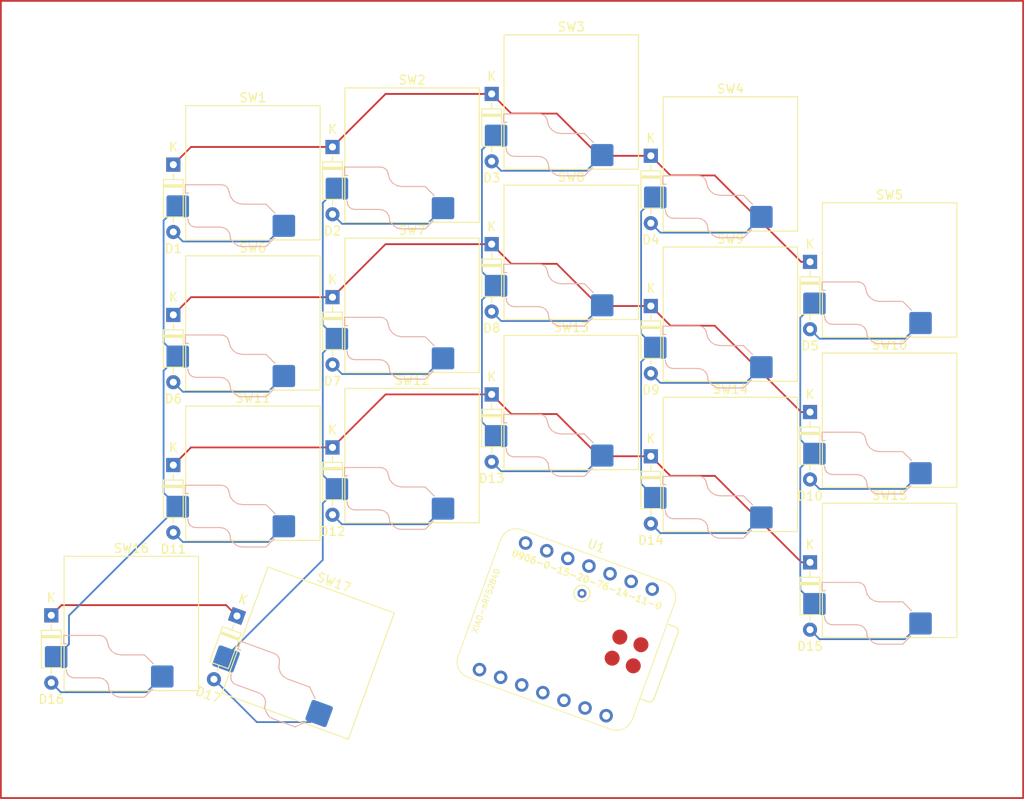
<source format=kicad_pcb>
(kicad_pcb (version 20241229) (generator "pcbnew") (generator_version "9.0")
  (layers (0 "F.Cu" signal) (2 "B.Cu" signal) (13 "F.Paste" user) (15 "B.Paste" user) (5 "F.SilkS" user "F.Silkscreen") (7 "B.SilkS" user "B.Silkscreen") (1 "F.Mask" user) (3 "B.Mask" user) (25 "Edge.Cuts" user))
  (net 0 "")
  (net 1 "/row 0")
  (net 2 "Net-(D1-A)")
  (net 3 "Net-(D2-A)")
  (net 4 "Net-(D3-A)")
  (net 5 "Net-(D4-A)")
  (net 6 "Net-(D5-A)")
  (net 7 "/row 1")
  (net 8 "Net-(D6-A)")
  (net 9 "Net-(D7-A)")
  (net 10 "Net-(D8-A)")
  (net 11 "Net-(D9-A)")
  (net 12 "Net-(D10-A)")
  (net 13 "Net-(D11-A)")
  (net 14 "/row 2")
  (net 15 "Net-(D12-A)")
  (net 16 "Net-(D13-A)")
  (net 17 "Net-(D14-A)")
  (net 18 "Net-(D15-A)")
  (net 19 "Net-(D16-A)")
  (net 20 "Net-(D17-A)")
  (net 21 "/column 0")
  (net 22 "/column 1")
  (net 23 "/column 2")
  (net 24 "/column 3")
  (net 25 "/column 4")
  (net 26 "/row 3")
  (footprint "cweep:D_DO-35_SOD27_P7.62mm_Horizontal" (layer "F.Cu") (at 214 84.08)
    (property "Reference" "D13" (at 0 1.5 0) (layer "F.SilkS"))
    (property "Value" "1N4148")
    (fp_text user "K" (at 0 -10 0) (layer "F.SilkS"))
    (pad "1" thru_hole rect (at 0 -8 270) (size 1.6 1.6) (drill 0.8) (layers "*.Cu" "*.Mask") (net 14 "/row 2"))
    (pad "2" thru_hole oval (at 0 -0.38 270) (size 1.6 1.6) (drill 0.8) (layers "*.Cu" "*.Mask") (net 16 "Net-(D13-A)"))
  )
  (footprint "Switch_Keyboard_Hotswap_Kailh:SW_Hotswap_Kailh_Choc_V1_1.00u" (layer "F.Cu") (at 259 62)
    (property "Reference" "SW5" (at 0 -8.5 180) (layer "F.SilkS"))
    (property "Value" "SW_Push")
    (pad "" np_thru_hole circle (at -5.5 0 180) (size 1.9 1.9) (drill 1.9) (layers "*.Cu" "*.Mask"))
    (pad "" np_thru_hole circle (at -5 3.8 180) (size 3.05 3.05) (drill 3.05) (layers "*.Cu" "*.Mask"))
    (pad "" np_thru_hole circle (at 0 0 180) (size 3.45 3.45) (drill 3.45) (layers "*.Cu" "*.Mask"))
    (pad "" np_thru_hole circle (at 0 5.9 180) (size 3.05 3.05) (drill 3.05) (layers "*.Cu" "*.Mask"))
    (pad "" np_thru_hole circle (at 5.5 0 180) (size 1.9 1.9) (drill 1.9) (layers "*.Cu" "*.Mask"))
    (pad "1" smd roundrect (at 3.5 6 180) (size 2.55 2.5) (layers "B.Cu" "B.Mask" "B.Paste") (roundrect_rratio 0.1) (net 6 "Net-(D5-A)"))
    (pad "2" smd roundrect (at -8.5 3.8 180) (size 2.55 2.5) (layers "B.Cu" "B.Mask" "B.Paste") (roundrect_rratio 0.1) (net 25 "/column 4"))
  )
  (footprint "Switch_Keyboard_Hotswap_Kailh:SW_Hotswap_Kailh_Choc_V1_1.00u" (layer "F.Cu") (at 259 96)
    (property "Reference" "SW15" (at 0 -8.5 180) (layer "F.SilkS"))
    (property "Value" "SW_Push")
    (pad "" np_thru_hole circle (at -5.5 0 180) (size 1.9 1.9) (drill 1.9) (layers "*.Cu" "*.Mask"))
    (pad "" np_thru_hole circle (at -5 3.8 180) (size 3.05 3.05) (drill 3.05) (layers "*.Cu" "*.Mask"))
    (pad "" np_thru_hole circle (at 0 0 180) (size 3.45 3.45) (drill 3.45) (layers "*.Cu" "*.Mask"))
    (pad "" np_thru_hole circle (at 0 5.9 180) (size 3.05 3.05) (drill 3.05) (layers "*.Cu" "*.Mask"))
    (pad "" np_thru_hole circle (at 5.5 0 180) (size 1.9 1.9) (drill 1.9) (layers "*.Cu" "*.Mask"))
    (pad "1" smd roundrect (at 3.5 6 180) (size 2.55 2.5) (layers "B.Cu" "B.Mask" "B.Paste") (roundrect_rratio 0.1) (net 18 "Net-(D15-A)"))
    (pad "2" smd roundrect (at -8.5 3.8 180) (size 2.55 2.5) (layers "B.Cu" "B.Mask" "B.Paste") (roundrect_rratio 0.1) (net 25 "/column 4"))
  )
  (footprint "Switch_Keyboard_Hotswap_Kailh:SW_Hotswap_Kailh_Choc_V1_1.00u" (layer "F.Cu") (at 241 67)
    (property "Reference" "SW9" (at 0 -8.5 180) (layer "F.SilkS"))
    (property "Value" "SW_Push")
    (pad "" np_thru_hole circle (at -5.5 0 180) (size 1.9 1.9) (drill 1.9) (layers "*.Cu" "*.Mask"))
    (pad "" np_thru_hole circle (at -5 3.8 180) (size 3.05 3.05) (drill 3.05) (layers "*.Cu" "*.Mask"))
    (pad "" np_thru_hole circle (at 0 0 180) (size 3.45 3.45) (drill 3.45) (layers "*.Cu" "*.Mask"))
    (pad "" np_thru_hole circle (at 0 5.9 180) (size 3.05 3.05) (drill 3.05) (layers "*.Cu" "*.Mask"))
    (pad "" np_thru_hole circle (at 5.5 0 180) (size 1.9 1.9) (drill 1.9) (layers "*.Cu" "*.Mask"))
    (pad "1" smd roundrect (at 3.5 6 180) (size 2.55 2.5) (layers "B.Cu" "B.Mask" "B.Paste") (roundrect_rratio 0.1) (net 11 "Net-(D9-A)"))
    (pad "2" smd roundrect (at -8.5 3.8 180) (size 2.55 2.5) (layers "B.Cu" "B.Mask" "B.Paste") (roundrect_rratio 0.1) (net 24 "/column 3"))
  )
  (footprint "Switch_Keyboard_Hotswap_Kailh:SW_Hotswap_Kailh_Choc_V1_1.00u" (layer "F.Cu") (at 187 85)
    (property "Reference" "SW11" (at 0 -8.5 180) (layer "F.SilkS"))
    (property "Value" "SW_Push")
    (pad "" np_thru_hole circle (at -5.5 0 180) (size 1.9 1.9) (drill 1.9) (layers "*.Cu" "*.Mask"))
    (pad "" np_thru_hole circle (at -5 3.8 180) (size 3.05 3.05) (drill 3.05) (layers "*.Cu" "*.Mask"))
    (pad "" np_thru_hole circle (at 0 0 180) (size 3.45 3.45) (drill 3.45) (layers "*.Cu" "*.Mask"))
    (pad "" np_thru_hole circle (at 0 5.9 180) (size 3.05 3.05) (drill 3.05) (layers "*.Cu" "*.Mask"))
    (pad "" np_thru_hole circle (at 5.5 0 180) (size 1.9 1.9) (drill 1.9) (layers "*.Cu" "*.Mask"))
    (pad "1" smd roundrect (at 3.5 6 180) (size 2.55 2.5) (layers "B.Cu" "B.Mask" "B.Paste") (roundrect_rratio 0.1) (net 13 "Net-(D11-A)"))
    (pad "2" smd roundrect (at -8.5 3.8 180) (size 2.55 2.5) (layers "B.Cu" "B.Mask" "B.Paste") (roundrect_rratio 0.1) (net 21 "/column 0"))
  )
  (footprint "cweep:D_DO-35_SOD27_P7.62mm_Horizontal" (layer "F.Cu") (at 196 73.08)
    (property "Reference" "D7" (at 0 1.5 0) (layer "F.SilkS"))
    (property "Value" "1N4148")
    (fp_text user "K" (at 0 -10 0) (layer "F.SilkS"))
    (pad "1" thru_hole rect (at 0 -8 270) (size 1.6 1.6) (drill 0.8) (layers "*.Cu" "*.Mask") (net 7 "/row 1"))
    (pad "2" thru_hole oval (at 0 -0.38 270) (size 1.6 1.6) (drill 0.8) (layers "*.Cu" "*.Mask") (net 9 "Net-(D7-A)"))
  )
  (footprint "cweep:D_DO-35_SOD27_P7.62mm_Horizontal" (layer "F.Cu") (at 232 74.08)
    (property "Reference" "D9" (at 0 1.5 0) (layer "F.SilkS"))
    (property "Value" "1N4148")
    (fp_text user "K" (at 0 -10 0) (layer "F.SilkS"))
    (pad "1" thru_hole rect (at 0 -8 270) (size 1.6 1.6) (drill 0.8) (layers "*.Cu" "*.Mask") (net 7 "/row 1"))
    (pad "2" thru_hole oval (at 0 -0.38 270) (size 1.6 1.6) (drill 0.8) (layers "*.Cu" "*.Mask") (net 11 "Net-(D9-A)"))
  )
  (footprint "cweep:D_DO-35_SOD27_P7.62mm_Horizontal" (layer "F.Cu") (at 178 75.08)
    (property "Reference" "D6" (at 0 1.5 0) (layer "F.SilkS"))
    (property "Value" "1N4148")
    (fp_text user "K" (at 0 -10 0) (layer "F.SilkS"))
    (pad "1" thru_hole rect (at 0 -8 270) (size 1.6 1.6) (drill 0.8) (layers "*.Cu" "*.Mask") (net 7 "/row 1"))
    (pad "2" thru_hole oval (at 0 -0.38 270) (size 1.6 1.6) (drill 0.8) (layers "*.Cu" "*.Mask") (net 8 "Net-(D6-A)"))
  )
  (footprint "cweep:D_DO-35_SOD27_P7.62mm_Horizontal" (layer "F.Cu") (at 178 92.08)
    (property "Reference" "D11" (at 0 1.5 0) (layer "F.SilkS"))
    (property "Value" "1N4148")
    (fp_text user "K" (at 0 -10 0) (layer "F.SilkS"))
    (pad "1" thru_hole rect (at 0 -8 270) (size 1.6 1.6) (drill 0.8) (layers "*.Cu" "*.Mask") (net 14 "/row 2"))
    (pad "2" thru_hole oval (at 0 -0.38 270) (size 1.6 1.6) (drill 0.8) (layers "*.Cu" "*.Mask") (net 13 "Net-(D11-A)"))
  )
  (footprint "Switch_Keyboard_Hotswap_Kailh:SW_Hotswap_Kailh_Choc_V1_1.00u" (layer "F.Cu") (at 187 51)
    (property "Reference" "SW1" (at 0 -8.5 180) (layer "F.SilkS"))
    (property "Value" "SW_Push")
    (pad "" np_thru_hole circle (at -5.5 0 180) (size 1.9 1.9) (drill 1.9) (layers "*.Cu" "*.Mask"))
    (pad "" np_thru_hole circle (at -5 3.8 180) (size 3.05 3.05) (drill 3.05) (layers "*.Cu" "*.Mask"))
    (pad "" np_thru_hole circle (at 0 0 180) (size 3.45 3.45) (drill 3.45) (layers "*.Cu" "*.Mask"))
    (pad "" np_thru_hole circle (at 0 5.9 180) (size 3.05 3.05) (drill 3.05) (layers "*.Cu" "*.Mask"))
    (pad "" np_thru_hole circle (at 5.5 0 180) (size 1.9 1.9) (drill 1.9) (layers "*.Cu" "*.Mask"))
    (pad "1" smd roundrect (at 3.5 6 180) (size 2.55 2.5) (layers "B.Cu" "B.Mask" "B.Paste") (roundrect_rratio 0.1) (net 2 "Net-(D1-A)"))
    (pad "2" smd roundrect (at -8.5 3.8 180) (size 2.55 2.5) (layers "B.Cu" "B.Mask" "B.Paste") (roundrect_rratio 0.1) (net 21 "/column 0"))
  )
  (footprint "cweep:D_DO-35_SOD27_P7.62mm_Horizontal" (layer "F.Cu") (at 178 58.08)
    (property "Reference" "D1" (at 0 1.5 0) (layer "F.SilkS"))
    (property "Value" "1N4148")
    (fp_text user "K" (at 0 -10 0) (layer "F.SilkS"))
    (pad "1" thru_hole rect (at 0 -8 270) (size 1.6 1.6) (drill 0.8) (layers "*.Cu" "*.Mask") (net 1 "/row 0"))
    (pad "2" thru_hole oval (at 0 -0.38 270) (size 1.6 1.6) (drill 0.8) (layers "*.Cu" "*.Mask") (net 2 "Net-(D1-A)"))
  )
  (footprint "cweep:D_DO-35_SOD27_P7.62mm_Horizontal" (layer "F.Cu") (at 232 91.08)
    (property "Reference" "D14" (at 0 1.5 0) (layer "F.SilkS"))
    (property "Value" "1N4148")
    (fp_text user "K" (at 0 -10 0) (layer "F.SilkS"))
    (pad "1" thru_hole rect (at 0 -8 270) (size 1.6 1.6) (drill 0.8) (layers "*.Cu" "*.Mask") (net 14 "/row 2"))
    (pad "2" thru_hole oval (at 0 -0.38 270) (size 1.6 1.6) (drill 0.8) (layers "*.Cu" "*.Mask") (net 17 "Net-(D14-A)"))
  )
  (footprint "Switch_Keyboard_Hotswap_Kailh:SW_Hotswap_Kailh_Choc_V1_1.00u" (layer "F.Cu") (at 241 84)
    (property "Reference" "SW14" (at 0 -8.5 180) (layer "F.SilkS"))
    (property "Value" "SW_Push")
    (pad "" np_thru_hole circle (at -5.5 0 180) (size 1.9 1.9) (drill 1.9) (layers "*.Cu" "*.Mask"))
    (pad "" np_thru_hole circle (at -5 3.8 180) (size 3.05 3.05) (drill 3.05) (layers "*.Cu" "*.Mask"))
    (pad "" np_thru_hole circle (at 0 0 180) (size 3.45 3.45) (drill 3.45) (layers "*.Cu" "*.Mask"))
    (pad "" np_thru_hole circle (at 0 5.9 180) (size 3.05 3.05) (drill 3.05) (layers "*.Cu" "*.Mask"))
    (pad "" np_thru_hole circle (at 5.5 0 180) (size 1.9 1.9) (drill 1.9) (layers "*.Cu" "*.Mask"))
    (pad "1" smd roundrect (at 3.5 6 180) (size 2.55 2.5) (layers "B.Cu" "B.Mask" "B.Paste") (roundrect_rratio 0.1) (net 17 "Net-(D14-A)"))
    (pad "2" smd roundrect (at -8.5 3.8 180) (size 2.55 2.5) (layers "B.Cu" "B.Mask" "B.Paste") (roundrect_rratio 0.1) (net 24 "/column 3"))
  )
  (footprint "Switch_Keyboard_Hotswap_Kailh:SW_Hotswap_Kailh_Choc_V1_1.00u" (layer "F.Cu") (at 205 49)
    (property "Reference" "SW2" (at 0 -8.5 180) (layer "F.SilkS"))
    (property "Value" "SW_Push")
    (pad "" np_thru_hole circle (at -5.5 0 180) (size 1.9 1.9) (drill 1.9) (layers "*.Cu" "*.Mask"))
    (pad "" np_thru_hole circle (at -5 3.8 180) (size 3.05 3.05) (drill 3.05) (layers "*.Cu" "*.Mask"))
    (pad "" np_thru_hole circle (at 0 0 180) (size 3.45 3.45) (drill 3.45) (layers "*.Cu" "*.Mask"))
    (pad "" np_thru_hole circle (at 0 5.9 180) (size 3.05 3.05) (drill 3.05) (layers "*.Cu" "*.Mask"))
    (pad "" np_thru_hole circle (at 5.5 0 180) (size 1.9 1.9) (drill 1.9) (layers "*.Cu" "*.Mask"))
    (pad "1" smd roundrect (at 3.5 6 180) (size 2.55 2.5) (layers "B.Cu" "B.Mask" "B.Paste") (roundrect_rratio 0.1) (net 3 "Net-(D2-A)"))
    (pad "2" smd roundrect (at -8.5 3.8 180) (size 2.55 2.5) (layers "B.Cu" "B.Mask" "B.Paste") (roundrect_rratio 0.1) (net 22 "/column 1"))
  )
  (footprint "Seeed Studio XIAO Series Library:XIAO-nRF52840" (layer "F.Cu") (at 222.376201 102.719845 -110)
    (property "Reference" "U1" (at -9.5 0 340) (layer "F.SilkS") (effects (justify bottom)))
    (property "Value" "XIAO-nRF52840" (at 0 9.6 250) (layer "F.SilkS") (effects (font (size 0.635 0.635) (thickness 0.1016) (bold yes))))
    (fp_text user "0906-0-15-20-76-14-11-0" (at -5.7 -0.313499 340) (layer "F.SilkS") (effects (font (size 0.75 0.75)) (justify bottom)))
    (pad "1" thru_hole circle (at -7.675 -7.616001 70) (size 1.524 1.524) (drill 0.889) (layers "*.Cu" "*.Mask") (net 21 "/column 0"))
    (pad "2" thru_hole circle (at -7.675 -5.076 70) (size 1.524 1.524) (drill 0.889) (layers "*.Cu" "*.Mask") (net 22 "/column 1"))
    (pad "3" thru_hole circle (at -7.675 -2.536 70) (size 1.524 1.524) (drill 0.889) (layers "*.Cu" "*.Mask") (net 23 "/column 2"))
    (pad "4" thru_hole circle (at -7.675 0.004 70) (size 1.524 1.524) (drill 0.889) (layers "*.Cu" "*.Mask") (net 24 "/column 3"))
    (pad "5" thru_hole circle (at -7.675 2.544 70) (size 1.524 1.524) (drill 0.889) (layers "*.Cu" "*.Mask") (net 25 "/column 4"))
    (pad "6" thru_hole circle (at -7.675 5.084 70) (size 1.524 1.524) (drill 0.889) (layers "*.Cu" "*.Mask"))
    (pad "7" thru_hole circle (at -7.675 7.624 70) (size 1.524 1.524) (drill 0.889) (layers "*.Cu" "*.Mask"))
    (pad "8" thru_hole circle (at 7.565 7.624 250) (size 1.524 1.524) (drill 0.889) (layers "*.Cu" "*.Mask") (net 1 "/row 0"))
    (pad "9" thru_hole circle (at 7.565 5.084 250) (size 1.524 1.524) (drill 0.889) (layers "*.Cu" "*.Mask") (net 7 "/row 1"))
    (pad "10" thru_hole circle (at 7.564999 2.544 250) (size 1.524 1.524) (drill 0.889) (layers "*.Cu" "*.Mask") (net 14 "/row 2"))
    (pad "11" thru_hole circle (at 7.565 0.004 250) (size 1.524 1.524) (drill 0.889) (layers "*.Cu" "*.Mask") (net 26 "/row 3"))
    (pad "12" thru_hole circle (at 7.565 -2.536 250) (size 1.524 1.524) (drill 0.889) (layers "*.Cu" "*.Mask"))
    (pad "13" thru_hole circle (at 7.565 -5.076 250) (size 1.524 1.524) (drill 0.889) (layers "*.Cu" "*.Mask"))
    (pad "14" thru_hole circle (at 7.565 -7.616 250) (size 1.524 1.524) (drill 0.889) (layers "*.Cu" "*.Mask"))
    (pad "15" thru_hole circle (at -4.499999 -0.3135 250) (size 1.016 1.016) (drill 0.508) (layers "*.Cu" "*.Mask"))
    (pad "19" smd circle (at -1.325 -8.5685 250) (size 1.7 1.7) (layers "F.Cu" "F.Mask" "F.Paste"))
    (pad "20" smd circle (at 1.215 -8.5685 250) (size 1.7 1.7) (layers "F.Cu" "F.Mask" "F.Paste"))
    (pad "21" smd circle (at -1.325 -6.0285 250) (size 1.7 1.7) (layers "F.Cu" "F.Mask" "F.Paste"))
    (pad "22" smd circle (at 1.215 -6.0285 250) (size 1.7 1.7) (layers "F.Cu" "F.Mask" "F.Paste"))
  )
  (footprint "Switch_Keyboard_Hotswap_Kailh:SW_Hotswap_Kailh_Choc_V1_1.00u" (layer "F.Cu") (at 241 50)
    (property "Reference" "SW4" (at 0 -8.5 180) (layer "F.SilkS"))
    (property "Value" "SW_Push")
    (pad "" np_thru_hole circle (at -5.5 0 180) (size 1.9 1.9) (drill 1.9) (layers "*.Cu" "*.Mask"))
    (pad "" np_thru_hole circle (at -5 3.8 180) (size 3.05 3.05) (drill 3.05) (layers "*.Cu" "*.Mask"))
    (pad "" np_thru_hole circle (at 0 0 180) (size 3.45 3.45) (drill 3.45) (layers "*.Cu" "*.Mask"))
    (pad "" np_thru_hole circle (at 0 5.9 180) (size 3.05 3.05) (drill 3.05) (layers "*.Cu" "*.Mask"))
    (pad "" np_thru_hole circle (at 5.5 0 180) (size 1.9 1.9) (drill 1.9) (layers "*.Cu" "*.Mask"))
    (pad "1" smd roundrect (at 3.5 6 180) (size 2.55 2.5) (layers "B.Cu" "B.Mask" "B.Paste") (roundrect_rratio 0.1) (net 5 "Net-(D4-A)"))
    (pad "2" smd roundrect (at -8.5 3.8 180) (size 2.55 2.5) (layers "B.Cu" "B.Mask" "B.Paste") (roundrect_rratio 0.1) (net 24 "/column 3"))
  )
  (footprint "Switch_Keyboard_Hotswap_Kailh:SW_Hotswap_Kailh_Choc_V1_1.00u" (layer "F.Cu") (at 193.25 105.35 -20)
    (property "Reference" "SW17" (at 0 -8.5 160) (layer "F.SilkS"))
    (property "Value" "SW_Push")
    (pad "" np_thru_hole circle (at -5.5 0 160) (size 1.9 1.9) (drill 1.9) (layers "*.Cu" "*.Mask"))
    (pad "" np_thru_hole circle (at -5 3.8 160) (size 3.05 3.05) (drill 3.05) (layers "*.Cu" "*.Mask"))
    (pad "" np_thru_hole circle (at 0 0 160) (size 3.45 3.45) (drill 3.45) (layers "*.Cu" "*.Mask"))
    (pad "" np_thru_hole circle (at 0 5.9 160) (size 3.05 3.05) (drill 3.05) (layers "*.Cu" "*.Mask"))
    (pad "" np_thru_hole circle (at 5.5 0 160) (size 1.9 1.9) (drill 1.9) (layers "*.Cu" "*.Mask"))
    (pad "1" smd roundrect (at 3.5 6 160) (size 2.55 2.5) (layers "B.Cu" "B.Mask" "B.Paste") (roundrect_rratio 0.1) (net 20 "Net-(D17-A)"))
    (pad "2" smd roundrect (at -8.5 3.8 160) (size 2.55 2.5) (layers "B.Cu" "B.Mask" "B.Paste") (roundrect_rratio 0.1) (net 22 "/column 1"))
  )
  (footprint "cweep:D_DO-35_SOD27_P7.62mm_Horizontal" (layer "F.Cu") (at 232 57.08)
    (property "Reference" "D4" (at 0 1.5 0) (layer "F.SilkS"))
    (property "Value" "1N4148")
    (fp_text user "K" (at 0 -10 0) (layer "F.SilkS"))
    (pad "1" thru_hole rect (at 0 -8 270) (size 1.6 1.6) (drill 0.8) (layers "*.Cu" "*.Mask") (net 1 "/row 0"))
    (pad "2" thru_hole oval (at 0 -0.38 270) (size 1.6 1.6) (drill 0.8) (layers "*.Cu" "*.Mask") (net 5 "Net-(D4-A)"))
  )
  (footprint "Switch_Keyboard_Hotswap_Kailh:SW_Hotswap_Kailh_Choc_V1_1.00u" (layer "F.Cu") (at 223 77)
    (property "Reference" "SW13" (at 0 -8.5 180) (layer "F.SilkS"))
    (property "Value" "SW_Push")
    (pad "" np_thru_hole circle (at -5.5 0 180) (size 1.9 1.9) (drill 1.9) (layers "*.Cu" "*.Mask"))
    (pad "" np_thru_hole circle (at -5 3.8 180) (size 3.05 3.05) (drill 3.05) (layers "*.Cu" "*.Mask"))
    (pad "" np_thru_hole circle (at 0 0 180) (size 3.45 3.45) (drill 3.45) (layers "*.Cu" "*.Mask"))
    (pad "" np_thru_hole circle (at 0 5.9 180) (size 3.05 3.05) (drill 3.05) (layers "*.Cu" "*.Mask"))
    (pad "" np_thru_hole circle (at 5.5 0 180) (size 1.9 1.9) (drill 1.9) (layers "*.Cu" "*.Mask"))
    (pad "1" smd roundrect (at 3.5 6 180) (size 2.55 2.5) (layers "B.Cu" "B.Mask" "B.Paste") (roundrect_rratio 0.1) (net 16 "Net-(D13-A)"))
    (pad "2" smd roundrect (at -8.5 3.8 180) (size 2.55 2.5) (layers "B.Cu" "B.Mask" "B.Paste") (roundrect_rratio 0.1) (net 23 "/column 2"))
  )
  (footprint "Switch_Keyboard_Hotswap_Kailh:SW_Hotswap_Kailh_Choc_V1_1.00u" (layer "F.Cu") (at 187 68)
    (property "Reference" "SW6" (at 0 -8.5 180) (layer "F.SilkS"))
    (property "Value" "SW_Push")
    (pad "" np_thru_hole circle (at -5.5 0 180) (size 1.9 1.9) (drill 1.9) (layers "*.Cu" "*.Mask"))
    (pad "" np_thru_hole circle (at -5 3.8 180) (size 3.05 3.05) (drill 3.05) (layers "*.Cu" "*.Mask"))
    (pad "" np_thru_hole circle (at 0 0 180) (size 3.45 3.45) (drill 3.45) (layers "*.Cu" "*.Mask"))
    (pad "" np_thru_hole circle (at 0 5.9 180) (size 3.05 3.05) (drill 3.05) (layers "*.Cu" "*.Mask"))
    (pad "" np_thru_hole circle (at 5.5 0 180) (size 1.9 1.9) (drill 1.9) (layers "*.Cu" "*.Mask"))
    (pad "1" smd roundrect (at 3.5 6 180) (size 2.55 2.5) (layers "B.Cu" "B.Mask" "B.Paste") (roundrect_rratio 0.1) (net 8 "Net-(D6-A)"))
    (pad "2" smd roundrect (at -8.5 3.8 180) (size 2.55 2.5) (layers "B.Cu" "B.Mask" "B.Paste") (roundrect_rratio 0.1) (net 21 "/column 0"))
  )
  (footprint "cweep:D_DO-35_SOD27_P7.62mm_Horizontal" (layer "F.Cu") (at 182.463839 108.667541 -20)
    (property "Reference" "D17" (at 0 1.5 340) (layer "F.SilkS"))
    (property "Value" "1N4148")
    (fp_text user "K" (at 0 -10 340) (layer "F.SilkS"))
    (pad "1" thru_hole rect (at 0 -8 250) (size 1.6 1.6) (drill 0.8) (layers "*.Cu" "*.Mask") (net 26 "/row 3"))
    (pad "2" thru_hole oval (at 0 -0.38 250) (size 1.6 1.6) (drill 0.8) (layers "*.Cu" "*.Mask") (net 20 "Net-(D17-A)"))
  )
  (footprint "Switch_Keyboard_Hotswap_Kailh:SW_Hotswap_Kailh_Choc_V1_1.00u" (layer "F.Cu") (at 205 66)
    (property "Reference" "SW7" (at 0 -8.5 180) (layer "F.SilkS"))
    (property "Value" "SW_Push")
    (pad "" np_thru_hole circle (at -5.5 0 180) (size 1.9 1.9) (drill 1.9) (layers "*.Cu" "*.Mask"))
    (pad "" np_thru_hole circle (at -5 3.8 180) (size 3.05 3.05) (drill 3.05) (layers "*.Cu" "*.Mask"))
    (pad "" np_thru_hole circle (at 0 0 180) (size 3.45 3.45) (drill 3.45) (layers "*.Cu" "*.Mask"))
    (pad "" np_thru_hole circle (at 0 5.9 180) (size 3.05 3.05) (drill 3.05) (layers "*.Cu" "*.Mask"))
    (pad "" np_thru_hole circle (at 5.5 0 180) (size 1.9 1.9) (drill 1.9) (layers "*.Cu" "*.Mask"))
    (pad "1" smd roundrect (at 3.5 6 180) (size 2.55 2.5) (layers "B.Cu" "B.Mask" "B.Paste") (roundrect_rratio 0.1) (net 9 "Net-(D7-A)"))
    (pad "2" smd roundrect (at -8.5 3.8 180) (size 2.55 2.5) (layers "B.Cu" "B.Mask" "B.Paste") (roundrect_rratio 0.1) (net 22 "/column 1"))
  )
  (footprint "cweep:D_DO-35_SOD27_P7.62mm_Horizontal" (layer "F.Cu") (at 214 67.08)
    (property "Reference" "D8" (at 0 1.5 0) (layer "F.SilkS"))
    (property "Value" "1N4148")
    (fp_text user "K" (at 0 -10 0) (layer "F.SilkS"))
    (pad "1" thru_hole rect (at 0 -8 270) (size 1.6 1.6) (drill 0.8) (layers "*.Cu" "*.Mask") (net 7 "/row 1"))
    (pad "2" thru_hole oval (at 0 -0.38 270) (size 1.6 1.6) (drill 0.8) (layers "*.Cu" "*.Mask") (net 10 "Net-(D8-A)"))
  )
  (footprint "Switch_Keyboard_Hotswap_Kailh:SW_Hotswap_Kailh_Choc_V1_1.00u" (layer "F.Cu") (at 259 79)
    (property "Reference" "SW10" (at 0 -8.5 180) (layer "F.SilkS"))
    (property "Value" "SW_Push")
    (pad "" np_thru_hole circle (at -5.5 0 180) (size 1.9 1.9) (drill 1.9) (layers "*.Cu" "*.Mask"))
    (pad "" np_thru_hole circle (at -5 3.8 180) (size 3.05 3.05) (drill 3.05) (layers "*.Cu" "*.Mask"))
    (pad "" np_thru_hole circle (at 0 0 180) (size 3.45 3.45) (drill 3.45) (layers "*.Cu" "*.Mask"))
    (pad "" np_thru_hole circle (at 0 5.9 180) (size 3.05 3.05) (drill 3.05) (layers "*.Cu" "*.Mask"))
    (pad "" np_thru_hole circle (at 5.5 0 180) (size 1.9 1.9) (drill 1.9) (layers "*.Cu" "*.Mask"))
    (pad "1" smd roundrect (at 3.5 6 180) (size 2.55 2.5) (layers "B.Cu" "B.Mask" "B.Paste") (roundrect_rratio 0.1) (net 12 "Net-(D10-A)"))
    (pad "2" smd roundrect (at -8.5 3.8 180) (size 2.55 2.5) (layers "B.Cu" "B.Mask" "B.Paste") (roundrect_rratio 0.1) (net 25 "/column 4"))
  )
  (footprint "cweep:D_DO-35_SOD27_P7.62mm_Horizontal" (layer "F.Cu") (at 164.2 109.08)
    (property "Reference" "D16" (at 0 1.5 0) (layer "F.SilkS"))
    (property "Value" "1N4148")
    (fp_text user "K" (at 0 -10 0) (layer "F.SilkS"))
    (pad "1" thru_hole rect (at 0 -8 270) (size 1.6 1.6) (drill 0.8) (layers "*.Cu" "*.Mask") (net 26 "/row 3"))
    (pad "2" thru_hole oval (at 0 -0.38 270) (size 1.6 1.6) (drill 0.8) (layers "*.Cu" "*.Mask") (net 19 "Net-(D16-A)"))
  )
  (footprint "cweep:D_DO-35_SOD27_P7.62mm_Horizontal" (layer "F.Cu") (at 196 90.08)
    (property "Reference" "D12" (at 0 1.5 0) (layer "F.SilkS"))
    (property "Value" "1N4148")
    (fp_text user "K" (at 0 -10 0) (layer "F.SilkS"))
    (pad "1" thru_hole rect (at 0 -8 270) (size 1.6 1.6) (drill 0.8) (layers "*.Cu" "*.Mask") (net 14 "/row 2"))
    (pad "2" thru_hole oval (at 0 -0.38 270) (size 1.6 1.6) (drill 0.8) (layers "*.Cu" "*.Mask") (net 15 "Net-(D12-A)"))
  )
  (footprint "Switch_Keyboard_Hotswap_Kailh:SW_Hotswap_Kailh_Choc_V1_1.00u" (layer "F.Cu") (at 223 43)
    (property "Reference" "SW3" (at 0 -8.5 180) (layer "F.SilkS"))
    (property "Value" "SW_Push")
    (pad "" np_thru_hole circle (at -5.5 0 180) (size 1.9 1.9) (drill 1.9) (layers "*.Cu" "*.Mask"))
    (pad "" np_thru_hole circle (at -5 3.8 180) (size 3.05 3.05) (drill 3.05) (layers "*.Cu" "*.Mask"))
    (pad "" np_thru_hole circle (at 0 0 180) (size 3.45 3.45) (drill 3.45) (layers "*.Cu" "*.Mask"))
    (pad "" np_thru_hole circle (at 0 5.9 180) (size 3.05 3.05) (drill 3.05) (layers "*.Cu" "*.Mask"))
    (pad "" np_thru_hole circle (at 5.5 0 180) (size 1.9 1.9) (drill 1.9) (layers "*.Cu" "*.Mask"))
    (pad "1" smd roundrect (at 3.5 6 180) (size 2.55 2.5) (layers "B.Cu" "B.Mask" "B.Paste") (roundrect_rratio 0.1) (net 4 "Net-(D3-A)"))
    (pad "2" smd roundrect (at -8.5 3.8 180) (size 2.55 2.5) (layers "B.Cu" "B.Mask" "B.Paste") (roundrect_rratio 0.1) (net 23 "/column 2"))
  )
  (footprint "Switch_Keyboard_Hotswap_Kailh:SW_Hotswap_Kailh_Choc_V1_1.00u" (layer "F.Cu") (at 205 83)
    (property "Reference" "SW12" (at 0 -8.5 180) (layer "F.SilkS"))
    (property "Value" "SW_Push")
    (pad "" np_thru_hole circle (at -5.5 0 180) (size 1.9 1.9) (drill 1.9) (layers "*.Cu" "*.Mask"))
    (pad "" np_thru_hole circle (at -5 3.8 180) (size 3.05 3.05) (drill 3.05) (layers "*.Cu" "*.Mask"))
    (pad "" np_thru_hole circle (at 0 0 180) (size 3.45 3.45) (drill 3.45) (layers "*.Cu" "*.Mask"))
    (pad "" np_thru_hole circle (at 0 5.9 180) (size 3.05 3.05) (drill 3.05) (layers "*.Cu" "*.Mask"))
    (pad "" np_thru_hole circle (at 5.5 0 180) (size 1.9 1.9) (drill 1.9) (layers "*.Cu" "*.Mask"))
    (pad "1" smd roundrect (at 3.5 6 180) (size 2.55 2.5) (layers "B.Cu" "B.Mask" "B.Paste") (roundrect_rratio 0.1) (net 15 "Net-(D12-A)"))
    (pad "2" smd roundrect (at -8.5 3.8 180) (size 2.55 2.5) (layers "B.Cu" "B.Mask" "B.Paste") (roundrect_rratio 0.1) (net 22 "/column 1"))
  )
  (footprint "cweep:D_DO-35_SOD27_P7.62mm_Horizontal" (layer "F.Cu") (at 196 56.08)
    (property "Reference" "D2" (at 0 1.5 0) (layer "F.SilkS"))
    (property "Value" "1N4148")
    (fp_text user "K" (at 0 -10 0) (layer "F.SilkS"))
    (pad "1" thru_hole rect (at 0 -8 270) (size 1.6 1.6) (drill 0.8) (layers "*.Cu" "*.Mask") (net 1 "/row 0"))
    (pad "2" thru_hole oval (at 0 -0.38 270) (size 1.6 1.6) (drill 0.8) (layers "*.Cu" "*.Mask") (net 3 "Net-(D2-A)"))
  )
  (footprint "cweep:D_DO-35_SOD27_P7.62mm_Horizontal" (layer "F.Cu") (at 250 103.08)
    (property "Reference" "D15" (at 0 1.5 0) (layer "F.SilkS"))
    (property "Value" "1N4148")
    (fp_text user "K" (at 0 -10 0) (layer "F.SilkS"))
    (pad "1" thru_hole rect (at 0 -8 270) (size 1.6 1.6) (drill 0.8) (layers "*.Cu" "*.Mask") (net 14 "/row 2"))
    (pad "2" thru_hole oval (at 0 -0.38 270) (size 1.6 1.6) (drill 0.8) (layers "*.Cu" "*.Mask") (net 18 "Net-(D15-A)"))
  )
  (footprint "cweep:D_DO-35_SOD27_P7.62mm_Horizontal" (layer "F.Cu") (at 214 50.08)
    (property "Reference" "D3" (at 0 1.5 0) (layer "F.SilkS"))
    (property "Value" "1N4148")
    (fp_text user "K" (at 0 -10 0) (layer "F.SilkS"))
    (pad "1" thru_hole rect (at 0 -8 270) (size 1.6 1.6) (drill 0.8) (layers "*.Cu" "*.Mask") (net 1 "/row 0"))
    (pad "2" thru_hole oval (at 0 -0.38 270) (size 1.6 1.6) (drill 0.8) (layers "*.Cu" "*.Mask") (net 4 "Net-(D3-A)"))
  )
  (footprint "cweep:D_DO-35_SOD27_P7.62mm_Horizontal" (layer "F.Cu") (at 250 69.08)
    (property "Reference" "D5" (at 0 1.5 0) (layer "F.SilkS"))
    (property "Value" "1N4148")
    (fp_text user "K" (at 0 -10 0) (layer "F.SilkS"))
    (pad "1" thru_hole rect (at 0 -8 270) (size 1.6 1.6) (drill 0.8) (layers "*.Cu" "*.Mask") (net 1 "/row 0"))
    (pad "2" thru_hole oval (at 0 -0.38 270) (size 1.6 1.6) (drill 0.8) (layers "*.Cu" "*.Mask") (net 6 "Net-(D5-A)"))
  )
  (footprint "Switch_Keyboard_Hotswap_Kailh:SW_Hotswap_Kailh_Choc_V1_1.00u" (layer "F.Cu") (at 173.25 102)
    (property "Reference" "SW16" (at 0 -8.5 180) (layer "F.SilkS"))
    (property "Value" "SW_Push")
    (pad "" np_thru_hole circle (at -5.5 0 180) (size 1.9 1.9) (drill 1.9) (layers "*.Cu" "*.Mask"))
    (pad "" np_thru_hole circle (at -5 3.8 180) (size 3.05 3.05) (drill 3.05) (layers "*.Cu" "*.Mask"))
    (pad "" np_thru_hole circle (at 0 0 180) (size 3.45 3.45) (drill 3.45) (layers "*.Cu" "*.Mask"))
    (pad "" np_thru_hole circle (at 0 5.9 180) (size 3.05 3.05) (drill 3.05) (layers "*.Cu" "*.Mask"))
    (pad "" np_thru_hole circle (at 5.5 0 180) (size 1.9 1.9) (drill 1.9) (layers "*.Cu" "*.Mask"))
    (pad "1" smd roundrect (at 3.5 6 180) (size 2.55 2.5) (layers "B.Cu" "B.Mask" "B.Paste") (roundrect_rratio 0.1) (net 19 "Net-(D16-A)"))
    (pad "2" smd roundrect (at -8.5 3.8 180) (size 2.55 2.5) (layers "B.Cu" "B.Mask" "B.Paste") (roundrect_rratio 0.1) (net 21 "/column 0"))
  )
  (footprint "Switch_Keyboard_Hotswap_Kailh:SW_Hotswap_Kailh_Choc_V1_1.00u" (layer "F.Cu") (at 223 60)
    (property "Reference" "SW8" (at 0 -8.5 180) (layer "F.SilkS"))
    (property "Value" "SW_Push")
    (pad "" np_thru_hole circle (at -5.5 0 180) (size 1.9 1.9) (drill 1.9) (layers "*.Cu" "*.Mask"))
    (pad "" np_thru_hole circle (at -5 3.8 180) (size 3.05 3.05) (drill 3.05) (layers "*.Cu" "*.Mask"))
    (pad "" np_thru_hole circle (at 0 0 180) (size 3.45 3.45) (drill 3.45) (layers "*.Cu" "*.Mask"))
    (pad "" np_thru_hole circle (at 0 5.9 180) (size 3.05 3.05) (drill 3.05) (layers "*.Cu" "*.Mask"))
    (pad "" np_thru_hole circle (at 5.5 0 180) (size 1.9 1.9) (drill 1.9) (layers "*.Cu" "*.Mask"))
    (pad "1" smd roundrect (at 3.5 6 180) (size 2.55 2.5) (layers "B.Cu" "B.Mask" "B.Paste") (roundrect_rratio 0.1) (net 10 "Net-(D8-A)"))
    (pad "2" smd roundrect (at -8.5 3.8 180) (size 2.55 2.5) (layers "B.Cu" "B.Mask" "B.Paste") (roundrect_rratio 0.1) (net 23 "/column 2"))
  )
  (footprint "cweep:D_DO-35_SOD27_P7.62mm_Horizontal" (layer "F.Cu") (at 250 86.08)
    (property "Reference" "D10" (at 0 1.5 0) (layer "F.SilkS"))
    (property "Value" "1N4148")
    (fp_text user "K" (at 0 -10 0) (layer "F.SilkS"))
    (pad "1" thru_hole rect (at 0 -8 270) (size 1.6 1.6) (drill 0.8) (layers "*.Cu" "*.Mask") (net 7 "/row 1"))
    (pad "2" thru_hole oval (at 0 -0.38 270) (size 1.6 1.6) (drill 0.8) (layers "*.Cu" "*.Mask") (net 12 "Net-(D10-A)"))
  )
  (gr_rect (start 158.5 31.55) (end 274.1 121.75) (stroke (width 0.2)) (fill no) (layer "F.Cu"))
  (segment (start 178 50.08) (end 180 48.08) (width 0.2) (layer "F.Cu") (net 1))
  (segment (start 180 48.08) (end 196 48.08) (width 0.2) (layer "F.Cu") (net 1))
  (segment (start 234.221 51.301) (end 232 49.08) (width 0.2) (layer "F.Cu") (net 1))
  (segment (start 232 49.08) (end 226.144093 49.08) (width 0.2) (layer "F.Cu") (net 1))
  (segment (start 250 61.08) (end 249 61.08) (width 0.2) (layer "F.Cu") (net 1))
  (segment (start 226.144093 49.08) (end 221.365093 44.301) (width 0.2) (layer "F.Cu") (net 1))
  (segment (start 221.365093 44.301) (end 216.221 44.301) (width 0.2) (layer "F.Cu") (net 1))
  (segment (start 249 61.08) (end 239.221 51.301) (width 0.2) (layer "F.Cu") (net 1))
  (segment (start 239.221 51.301) (end 234.221 51.301) (width 0.2) (layer "F.Cu") (net 1))
  (segment (start 216.221 44.301) (end 214 42.08) (width 0.2) (layer "F.Cu") (net 1))
  (segment (start 202 42.08) (end 214 42.08) (width 0.2) (layer "F.Cu") (net 1))
  (segment (start 196 48.08) (end 202 42.08) (width 0.2) (layer "F.Cu") (net 1))
  (segment (start 188.724 58.776) (end 190.5 57) (width 0.2) (layer "B.Cu") (net 2))
  (segment (start 178 57.7) (end 179.076 58.776) (width 0.2) (layer "B.Cu") (net 2))
  (segment (start 179.076 58.776) (end 188.724 58.776) (width 0.2) (layer "B.Cu") (net 2))
  (segment (start 197.076 56.776) (end 206.724 56.776) (width 0.2) (layer "B.Cu") (net 3))
  (segment (start 206.724 56.776) (end 208.5 55) (width 0.2) (layer "B.Cu") (net 3))
  (segment (start 196 55.7) (end 197.076 56.776) (width 0.2) (layer "B.Cu") (net 3))
  (segment (start 224.724 50.776) (end 226.5 49) (width 0.2) (layer "B.Cu") (net 4))
  (segment (start 214 49.7) (end 215.076 50.776) (width 0.2) (layer "B.Cu") (net 4))
  (segment (start 215.076 50.776) (end 224.724 50.776) (width 0.2) (layer "B.Cu") (net 4))
  (segment (start 233.076 57.776) (end 242.724 57.776) (width 0.2) (layer "B.Cu") (net 5))
  (segment (start 232 56.7) (end 233.076 57.776) (width 0.2) (layer "B.Cu") (net 5))
  (segment (start 242.724 57.776) (end 244.5 56) (width 0.2) (layer "B.Cu") (net 5))
  (segment (start 260.724 69.776) (end 262.5 68) (width 0.2) (layer "B.Cu") (net 6))
  (segment (start 251.076 69.776) (end 260.724 69.776) (width 0.2) (layer "B.Cu") (net 6))
  (segment (start 250 68.7) (end 251.076 69.776) (width 0.2) (layer "B.Cu") (net 6))
  (segment (start 250 78.08) (end 249 78.08) (width 0.2) (layer "F.Cu") (net 7))
  (segment (start 226.144093 66.08) (end 221.365093 61.301) (width 0.2) (layer "F.Cu") (net 7))
  (segment (start 180 65.08) (end 196 65.08) (width 0.2) (layer "F.Cu") (net 7))
  (segment (start 239.221 68.301) (end 234.221 68.301) (width 0.2) (layer "F.Cu") (net 7))
  (segment (start 216.221 61.301) (end 214 59.08) (width 0.2) (layer "F.Cu") (net 7))
  (segment (start 249 78.08) (end 239.221 68.301) (width 0.2) (layer "F.Cu") (net 7))
  (segment (start 196 65.08) (end 202 59.08) (width 0.2) (layer "F.Cu") (net 7))
  (segment (start 178 67.08) (end 180 65.08) (width 0.2) (layer "F.Cu") (net 7))
  (segment (start 221.365093 61.301) (end 216.221 61.301) (width 0.2) (layer "F.Cu") (net 7))
  (segment (start 234.221 68.301) (end 232 66.08) (width 0.2) (layer "F.Cu") (net 7))
  (segment (start 232 66.08) (end 226.144093 66.08) (width 0.2) (layer "F.Cu") (net 7))
  (segment (start 202 59.08) (end 214 59.08) (width 0.2) (layer "F.Cu") (net 7))
  (segment (start 188.724 75.776) (end 190.5 74) (width 0.2) (layer "B.Cu") (net 8))
  (segment (start 179.076 75.776) (end 188.724 75.776) (width 0.2) (layer "B.Cu") (net 8))
  (segment (start 178 74.7) (end 179.076 75.776) (width 0.2) (layer "B.Cu") (net 8))
  (segment (start 196 72.7) (end 197.076 73.776) (width 0.2) (layer "B.Cu") (net 9))
  (segment (start 197.076 73.776) (end 206.724 73.776) (width 0.2) (layer "B.Cu") (net 9))
  (segment (start 206.724 73.776) (end 208.5 72) (width 0.2) (layer "B.Cu") (net 9))
  (segment (start 214 66.7) (end 215.076 67.776) (width 0.2) (layer "B.Cu") (net 10))
  (segment (start 224.724 67.776) (end 226.5 66) (width 0.2) (layer "B.Cu") (net 10))
  (segment (start 215.076 67.776) (end 224.724 67.776) (width 0.2) (layer "B.Cu") (net 10))
  (segment (start 232 73.7) (end 233.076 74.776) (width 0.2) (layer "B.Cu") (net 11))
  (segment (start 242.724 74.776) (end 244.5 73) (width 0.2) (layer "B.Cu") (net 11))
  (segment (start 233.076 74.776) (end 242.724 74.776) (width 0.2) (layer "B.Cu") (net 11))
  (segment (start 251.076 86.776) (end 260.724 86.776) (width 0.2) (layer "B.Cu") (net 12))
  (segment (start 250 85.7) (end 251.076 86.776) (width 0.2) (layer "B.Cu") (net 12))
  (segment (start 260.724 86.776) (end 262.5 85) (width 0.2) (layer "B.Cu") (net 12))
  (segment (start 178 91.7) (end 179.076 92.776) (width 0.2) (layer "B.Cu") (net 13))
  (segment (start 179.076 92.776) (end 188.724 92.776) (width 0.2) (layer "B.Cu") (net 13))
  (segment (start 188.724 92.776) (end 190.5 91) (width 0.2) (layer "B.Cu") (net 13))
  (segment (start 216.221 78.301) (end 214 76.08) (width 0.2) (layer "F.Cu") (net 14))
  (segment (start 250 95.08) (end 249.03 95.08) (width 0.2) (layer "F.Cu") (net 14))
  (segment (start 239.251 85.301) (end 234.221 85.301) (width 0.2) (layer "F.Cu") (net 14))
  (segment (start 226.144093 83.08) (end 221.365093 78.301) (width 0.2) (layer "F.Cu") (net 14))
  (segment (start 249.03 95.08) (end 239.251 85.301) (width 0.2) (layer "F.Cu") (net 14))
  (segment (start 221.365093 78.301) (end 216.221 78.301) (width 0.2) (layer "F.Cu") (net 14))
  (segment (start 202 76.08) (end 214 76.08) (width 0.2) (layer "F.Cu") (net 14))
  (segment (start 178 84.08) (end 180 82.08) (width 0.2) (layer "F.Cu") (net 14))
  (segment (start 196 82.08) (end 202 76.08) (width 0.2) (layer "F.Cu") (net 14))
  (segment (start 232 83.08) (end 226.144093 83.08) (width 0.2) (layer "F.Cu") (net 14))
  (segment (start 234.221 85.301) (end 232 83.08) (width 0.2) (layer "F.Cu") (net 14))
  (segment (start 180 82.08) (end 196 82.08) (width 0.2) (layer "F.Cu") (net 14))
  (segment (start 196 89.7) (end 197.076 90.776) (width 0.2) (layer "B.Cu") (net 15))
  (segment (start 206.724 90.776) (end 208.5 89) (width 0.2) (layer "B.Cu") (net 15))
  (segment (start 197.076 90.776) (end 206.724 90.776) (width 0.2) (layer "B.Cu") (net 15))
  (segment (start 215.076 84.776) (end 224.724 84.776) (width 0.2) (layer "B.Cu") (net 16))
  (segment (start 214 83.7) (end 215.076 84.776) (width 0.2) (layer "B.Cu") (net 16))
  (segment (start 224.724 84.776) (end 226.5 83) (width 0.2) (layer "B.Cu") (net 16))
  (segment (start 232 90.7) (end 233.076 91.776) (width 0.2) (layer "B.Cu") (net 17))
  (segment (start 233.076 91.776) (end 242.724 91.776) (width 0.2) (layer "B.Cu") (net 17))
  (segment (start 242.724 91.776) (end 244.5 90) (width 0.2) (layer "B.Cu") (net 17))
  (segment (start 250 102.7) (end 251.076 103.776) (width 0.2) (layer "B.Cu") (net 18))
  (segment (start 260.724 103.776) (end 262.5 102) (width 0.2) (layer "B.Cu") (net 18))
  (segment (start 251.076 103.776) (end 260.724 103.776) (width 0.2) (layer "B.Cu") (net 18))
  (segment (start 165.276 109.776) (end 164.2 108.7) (width 0.2) (layer "B.Cu") (net 19))
  (segment (start 176.75 108) (end 174.974 109.776) (width 0.2) (layer "B.Cu") (net 19))
  (segment (start 174.974 109.776) (end 165.276 109.776) (width 0.2) (layer "B.Cu") (net 19))
  (segment (start 193.511546 113.160483) (end 187.443832 113.160483) (width 0.2) (layer "B.Cu") (net 20))
  (segment (start 187.443832 113.160483) (end 182.593807 108.310458) (width 0.2) (layer "B.Cu") (net 20))
  (segment (start 194.486803 112.185226) (end 193.511546 113.160483) (width 0.2) (layer "B.Cu") (net 20))
  (segment (start 166.2 101.1) (end 166.2 104.35) (width 0.2) (layer "B.Cu") (net 21))
  (segment (start 176.9 56.4) (end 176.9 70.2) (width 0.2) (layer "B.Cu") (net 21))
  (segment (start 176.899 87.199) (end 178.5 88.8) (width 0.2) (layer "B.Cu") (net 21))
  (segment (start 178.5 71.8) (end 176.899 73.401) (width 0.2) (layer "B.Cu") (net 21))
  (segment (start 176.9 70.2) (end 178.5 71.8) (width 0.2) (layer "B.Cu") (net 21))
  (segment (start 166.2 104.35) (end 164.75 105.8) (width 0.2) (layer "B.Cu") (net 21))
  (segment (start 178.5 88.8) (end 166.2 101.1) (width 0.2) (layer "B.Cu") (net 21))
  (segment (start 176.899 73.401) (end 176.899 87.199) (width 0.2) (layer "B.Cu") (net 21))
  (segment (start 178.5 54.8) (end 176.9 56.4) (width 0.2) (layer "B.Cu") (net 21))
  (segment (start 196.5 86.8) (end 194.899 88.401) (width 0.2) (layer "B.Cu") (net 22))
  (segment (start 194.9 85.2) (end 196.5 86.8) (width 0.2) (layer "B.Cu") (net 22))
  (segment (start 194.9 54.4) (end 194.9 68.2) (width 0.2) (layer "B.Cu") (net 22))
  (segment (start 194.9 71.4) (end 194.9 85.2) (width 0.2) (layer "B.Cu") (net 22))
  (segment (start 194.9 68.2) (end 196.5 69.8) (width 0.2) (layer "B.Cu") (net 22))
  (segment (start 196.5 52.8) (end 194.9 54.4) (width 0.2) (layer "B.Cu") (net 22))
  (segment (start 194.899 88.401) (end 194.899 94.811688) (width 0.2) (layer "B.Cu") (net 22))
  (segment (start 183.962936 105.747752) (end 183.962936 106.013661) (width 0.2) (layer "B.Cu") (net 22))
  (segment (start 194.899 94.811688) (end 183.962936 105.747752) (width 0.2) (layer "B.Cu") (net 22))
  (segment (start 196.5 69.8) (end 194.9 71.4) (width 0.2) (layer "B.Cu") (net 22))
  (segment (start 212.899 48.401) (end 212.899 62.199) (width 0.2) (layer "B.Cu") (net 23))
  (segment (start 212.899 65.401) (end 212.899 79.199) (width 0.2) (layer "B.Cu") (net 23))
  (segment (start 212.899 62.199) (end 214.5 63.8) (width 0.2) (layer "B.Cu") (net 23))
  (segment (start 214.5 63.8) (end 212.899 65.401) (width 0.2) (layer "B.Cu") (net 23))
  (segment (start 212.899 79.199) (end 214.5 80.8) (width 0.2) (layer "B.Cu") (net 23))
  (segment (start 214.5 46.8) (end 212.899 48.401) (width 0.2) (layer "B.Cu") (net 23))
  (segment (start 232.5 70.8) (end 230.899 69.199) (width 0.2) (layer "B.Cu") (net 24))
  (segment (start 230.899 69.199) (end 230.899 55.401) (width 0.2) (layer "B.Cu") (net 24))
  (segment (start 232.5 70.8) (end 230.9 72.4) (width 0.2) (layer "B.Cu") (net 24))
  (segment (start 230.899 55.401) (end 232.5 53.8) (width 0.2) (layer "B.Cu") (net 24))
  (segment (start 230.9 86.2) (end 232.5 87.8) (width 0.2) (layer "B.Cu") (net 24))
  (segment (start 230.9 72.4) (end 230.9 86.2) (width 0.2) (layer "B.Cu") (net 24))
  (segment (start 250.5 65.8) (end 248.9 67.4) (width 0.2) (layer "B.Cu") (net 25))
  (segment (start 248.9 81.2) (end 250.5 82.8) (width 0.2) (layer "B.Cu") (net 25))
  (segment (start 250.5 82.8) (end 248.9 84.4) (width 0.2) (layer "B.Cu") (net 25))
  (segment (start 248.9 67.4) (end 248.9 81.2) (width 0.2) (layer "B.Cu") (net 25))
  (segment (start 248.9 98.2) (end 250.5 99.8) (width 0.2) (layer "B.Cu") (net 25))
  (segment (start 248.9 84.4) (end 248.9 98.2) (width 0.2) (layer "B.Cu") (net 25))
  (segment (start 164.2 101.08) (end 165.356 99.924) (width 0.2) (layer "F.Cu") (net 26))
  (segment (start 183.974 99.924) (end 185.2 101.15) (width 0.2) (layer "F.Cu") (net 26))
  (segment (start 165.356 99.924) (end 183.974 99.924) (width 0.2) (layer "F.Cu") (net 26))
)
</source>
